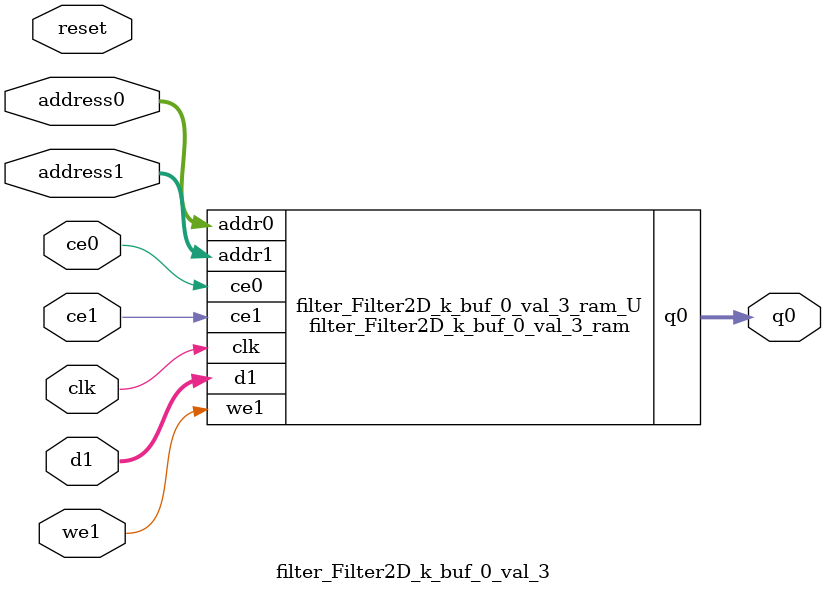
<source format=v>

`timescale 1 ns / 1 ps
module filter_Filter2D_k_buf_0_val_3_ram (addr0, ce0, q0, addr1, ce1, d1, we1,  clk);

parameter DWIDTH = 8;
parameter AWIDTH = 11;
parameter MEM_SIZE = 1920;

input[AWIDTH-1:0] addr0;
input ce0;
output reg[DWIDTH-1:0] q0;
input[AWIDTH-1:0] addr1;
input ce1;
input[DWIDTH-1:0] d1;
input we1;
input clk;

(* ram_style = "block" *)reg [DWIDTH-1:0] ram[MEM_SIZE-1:0];




always @(posedge clk)  
begin 
    if (ce0) 
    begin
            q0 <= ram[addr0];
    end
end


always @(posedge clk)  
begin 
    if (ce1) 
    begin
        if (we1) 
        begin 
            ram[addr1] <= d1; 
        end 
    end
end


endmodule


`timescale 1 ns / 1 ps
module filter_Filter2D_k_buf_0_val_3(
    reset,
    clk,
    address0,
    ce0,
    q0,
    address1,
    ce1,
    we1,
    d1);

parameter DataWidth = 32'd8;
parameter AddressRange = 32'd1920;
parameter AddressWidth = 32'd11;
input reset;
input clk;
input[AddressWidth - 1:0] address0;
input ce0;
output[DataWidth - 1:0] q0;
input[AddressWidth - 1:0] address1;
input ce1;
input we1;
input[DataWidth - 1:0] d1;



filter_Filter2D_k_buf_0_val_3_ram filter_Filter2D_k_buf_0_val_3_ram_U(
    .clk( clk ),
    .addr0( address0 ),
    .ce0( ce0 ),
    .q0( q0 ),
    .addr1( address1 ),
    .ce1( ce1 ),
    .d1( d1 ),
    .we1( we1 ));

endmodule


</source>
